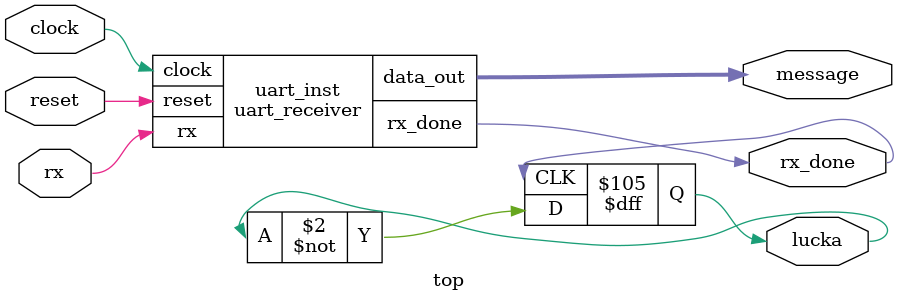
<source format=sv>
module baud_rate_generator #(
    parameter integer BAUD_DIV = 10416
)(
    input  logic clock,
    input  logic reset,
    output logic baud_tick
);

    integer cnt;

    always_ff @(posedge clock) begin
        if (reset) begin
            cnt <= 0;
        end else if (cnt == BAUD_DIV-1) begin
            cnt <= 0;
        end else begin
            cnt <= cnt + 1;
        end
    end

    assign baud_tick = (cnt == BAUD_DIV-1);

endmodule

module uart_receiver #(
    parameter integer DBITS = 8,
    parameter integer SBITS = 1
)(
    input  logic clock,
    input  logic reset,
    input  logic rx,
    output logic [DBITS-1:0] data_out,
    output logic rx_done
);

    localparam integer BAUD_DIV  = 10416;
    localparam integer HALF_BAUD = BAUD_DIV/2;

    // FSM states
    typedef enum logic [1:0] {
        IDLE,
        START,
        DATA,
        STOP
    } state_t;

    state_t state;

    integer baud_cnt;
    integer bit_cnt;
    logic [DBITS-1:0] shift_reg;

    always_ff @(posedge clock) begin
        if (reset) begin
            state     <= IDLE;
            baud_cnt  <= 0;
            bit_cnt   <= 0;
            shift_reg <= 0;
            data_out  <= 0;
            rx_done   <= 0;
        end else begin
            rx_done <= 1'b0;

            case (state)
                IDLE: begin
                    if (rx == 1'b0) begin
                        state    <= START;
                        baud_cnt <= 0;
                    end
                end

                START: begin
                    if (baud_cnt == HALF_BAUD-1) begin
                        if (rx == 1'b0) begin
                            state    <= DATA;
                            baud_cnt <= 0;
                            bit_cnt  <= 0;
                        end else begin
                            state <= IDLE;  // false start
                        end
                    end else begin
                        baud_cnt <= baud_cnt + 1;
                    end
                end

                DATA: begin
                    if (baud_cnt == BAUD_DIV-1) begin
                        baud_cnt <= 0;

                        // LSB-first shift in (correct for UART)
                        shift_reg <= {rx, shift_reg[DBITS-1:1]};

                        if (bit_cnt == DBITS-1) begin
                            state <= STOP;
                        end else begin
                            bit_cnt <= bit_cnt + 1;
                        end
                    end else begin
                        baud_cnt <= baud_cnt + 1;
                    end
                end

                STOP: begin
                    if (baud_cnt == BAUD_DIV-1) begin
                        baud_cnt <= 0;
                        data_out <= shift_reg;
                        rx_done  <= 1'b1;
                        state    <= IDLE;
                    end else begin
                        baud_cnt <= baud_cnt + 1;
                    end
                end
            endcase
        end
    end

endmodule

module top(
    input  logic       clock,
    input  logic       reset,
    input  logic       rx,
    output logic [7:0] message,
    output logic       rx_done,
    output logic       lucka
);

    always_ff @(posedge rx_done) begin
        lucka <= ~lucka;
    end
    

    uart_receiver uart_inst (
        .clock(clock),
        .reset(reset),
        .rx(rx),
        .data_out(message),
        .rx_done(rx_done)
    );

endmodule
</source>
